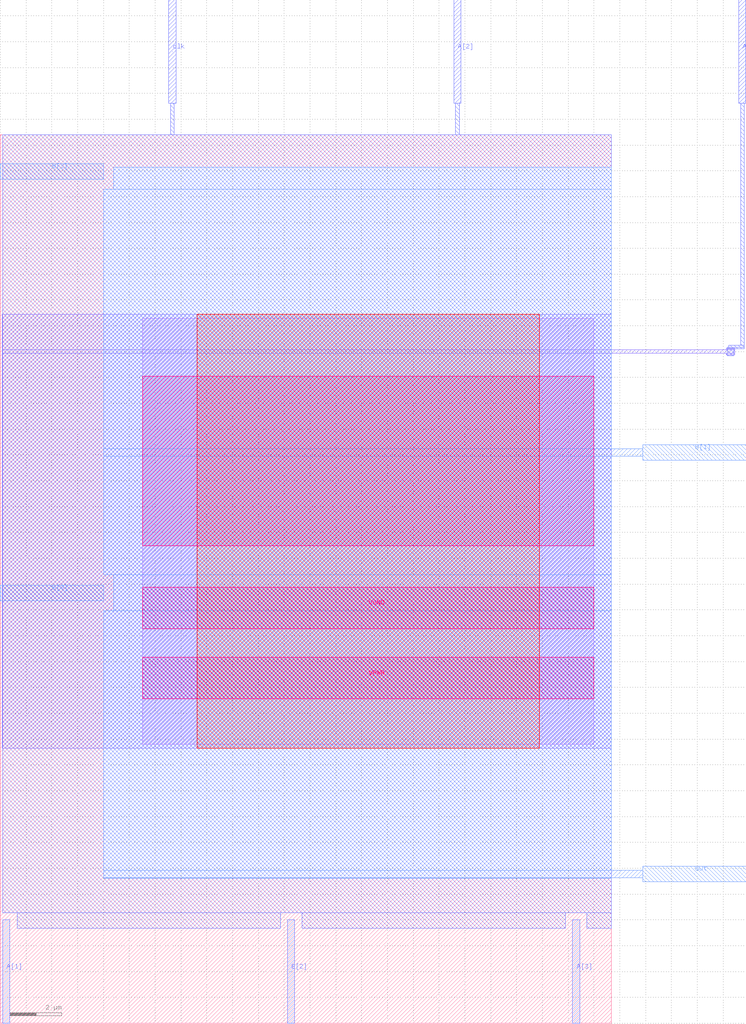
<source format=lef>
VERSION 5.7 ;
  NOWIREEXTENSIONATPIN ON ;
  DIVIDERCHAR "/" ;
  BUSBITCHARS "[]" ;
MACRO cmp
  CLASS BLOCK ;
  FOREIGN cmp ;
  ORIGIN 0.000 0.000 ;
  SIZE 23.670 BY 34.390 ;
  PIN A[0]
    DIRECTION INPUT ;
    USE SIGNAL ;
    PORT
      LAYER met2 ;
        RECT 28.610 35.620 28.890 39.620 ;
    END
  END A[0]
  PIN A[1]
    DIRECTION INPUT ;
    USE SIGNAL ;
    PORT
      LAYER met2 ;
        RECT 0.090 0.000 0.370 4.000 ;
    END
  END A[1]
  PIN A[2]
    DIRECTION INPUT ;
    USE SIGNAL ;
    PORT
      LAYER met2 ;
        RECT 17.570 35.620 17.850 39.620 ;
    END
  END A[2]
  PIN A[3]
    DIRECTION INPUT ;
    USE SIGNAL ;
    PORT
      LAYER met2 ;
        RECT 22.170 0.000 22.450 4.000 ;
    END
  END A[3]
  PIN B[0]
    DIRECTION INPUT ;
    USE SIGNAL ;
    PORT
      LAYER met3 ;
        RECT 0.000 16.360 4.000 16.960 ;
    END
  END B[0]
  PIN B[1]
    DIRECTION INPUT ;
    USE SIGNAL ;
    PORT
      LAYER met3 ;
        RECT 24.900 21.800 28.900 22.400 ;
    END
  END B[1]
  PIN B[2]
    DIRECTION INPUT ;
    USE SIGNAL ;
    PORT
      LAYER met2 ;
        RECT 11.130 0.000 11.410 4.000 ;
    END
  END B[2]
  PIN B[3]
    DIRECTION INPUT ;
    USE SIGNAL ;
    PORT
      LAYER met3 ;
        RECT 0.000 32.680 4.000 33.280 ;
    END
  END B[3]
  PIN VGND
    DIRECTION INPUT ;
    USE GROUND ;
    PORT
      LAYER met5 ;
        RECT 5.520 15.280 23.000 16.880 ;
    END
  END VGND
  PIN VPWR
    DIRECTION INPUT ;
    USE POWER ;
    PORT
      LAYER met5 ;
        RECT 5.520 12.560 23.000 14.160 ;
    END
  END VPWR
  PIN clk
    DIRECTION INPUT ;
    USE SIGNAL ;
    PORT
      LAYER met2 ;
        RECT 6.530 35.620 6.810 39.620 ;
    END
  END clk
  PIN out
    DIRECTION OUTPUT TRISTATE ;
    USE SIGNAL ;
    PORT
      LAYER met3 ;
        RECT 24.900 5.480 28.900 6.080 ;
    END
  END out
  OBS
      LAYER li1 ;
        RECT 5.520 10.795 23.000 27.285 ;
      LAYER met1 ;
        RECT 0.070 26.080 23.670 27.440 ;
        RECT 28.130 26.080 28.450 26.140 ;
        RECT 0.070 25.940 28.450 26.080 ;
        RECT 0.070 10.640 23.670 25.940 ;
        RECT 28.130 25.880 28.450 25.940 ;
      LAYER met2 ;
        RECT 6.600 34.390 6.740 35.620 ;
        RECT 17.640 34.390 17.780 35.620 ;
        RECT 0.100 4.280 23.670 34.390 ;
        RECT 28.680 26.250 28.820 35.620 ;
        RECT 28.220 26.170 28.820 26.250 ;
        RECT 28.160 26.110 28.820 26.170 ;
        RECT 28.160 25.850 28.420 26.110 ;
        RECT 0.650 3.670 10.850 4.280 ;
        RECT 11.690 3.670 21.890 4.280 ;
        RECT 22.730 3.670 23.670 4.280 ;
      LAYER met3 ;
        RECT 4.400 32.280 23.670 33.145 ;
        RECT 4.000 22.250 23.670 32.280 ;
        RECT 4.000 21.950 24.900 22.250 ;
        RECT 4.000 17.360 23.670 21.950 ;
        RECT 4.400 15.960 23.670 17.360 ;
        RECT 4.000 5.930 23.670 15.960 ;
        RECT 4.000 5.630 24.900 5.930 ;
        RECT 4.000 5.615 23.670 5.630 ;
      LAYER met4 ;
        RECT 7.630 10.640 20.885 27.440 ;
      LAYER met5 ;
        RECT 5.520 18.480 23.000 25.040 ;
  END
END cmp
END LIBRARY


</source>
